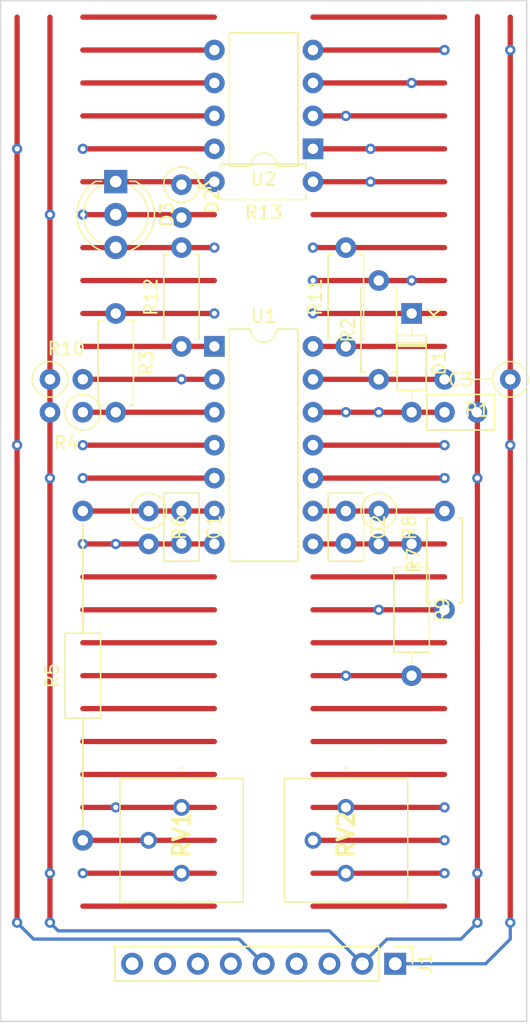
<source format=kicad_pcb>
(kicad_pcb (version 20211014) (generator pcbnew)
  (title_block (title "Eurorack ProtoModule") (date "2021-10-06") (rev "1.0") (company "Len Popp") (comment 1 "Copyright © 2022 Len Popp CC BY") (comment 2 "Layout design for my custom Eurorack breadboard prototyping module"))
  (layers (0 "F.Cu" signal) (1 "In1.Cu" jumper "Wire1.Cu") (2 "In2.Cu" jumper "Wire2.Cu") (3 "In3.Cu" jumper "Wire3.Cu") (4 "In4.Cu" jumper "Wire4.Cu") (31 "B.Cu" signal) (34 "B.Paste" user) (35 "F.Paste" user) (36 "B.SilkS" user "B.Silkscreen") (37 "F.SilkS" user "F.Silkscreen") (38 "B.Mask" user) (39 "F.Mask" user) (44 "Edge.Cuts" user))
  (net 0 "")
  (net 1 "+12V")
  (net 2 "GND")
  (net 3 "-12V")
  (net 4 "+5V")
  (net 5 "Net-(C1-Pad1)")
  (net 7 "Net-(C2-Pad2)")
  (net 8 "Net-(C2-Pad1)")
  (net 9 "Net-(C3-Pad1)")
  (net 10 "Net-(D2-Pad1)")
  (net 11 "Net-(D3-Pad3)")
  (net 12 "Net-(R7-Pad1)")
  (net 13 "OUTPUT")
  (net 14 "INPUT")
  (net 17 "VREF-5")
  (net 18 "VREF-4")
  (net 19 "VREF-LO")
  (net 20 "Net-(R5-Pad1)")
  (net 21 "Net-(R11-Pad1)")
  (net 22 "Net-(R12-Pad1)")
  (net 23 "Net-(R13-Pad1)")
  (net 24 "unconnected-(U2-Pad6)")
  (net 25 "unconnected-(U2-Pad5)")
  (net 26 "unconnected-(U2-Pad7)")
  (net 27 "Net-(C1-Pad2)")
  (footprint "Connector_PinHeader_2.54mm:PinHeader_1x09_P2.54mm_Vertical" (layer "F.Cu") (at 113.03 98.425 -90)
    (fp_text reference "J1" (at 0 -2.33 90) (layer "F.SilkS"))
    (fp_text value "Conn_01x09")
    (fp_line (start -1.33 21.65) (end 1.33 21.65) (layer "F.SilkS") (width 0.12))
    (fp_line (start -1.33 1.27) (end -1.33 21.65) (layer "F.SilkS") (width 0.12))
    (fp_line (start 1.33 1.27) (end 1.33 21.65) (layer "F.SilkS") (width 0.12))
    (fp_line (start -1.33 -1.33) (end 0 -1.33) (layer "F.SilkS") (width 0.12))
    (fp_line (start -1.33 1.27) (end 1.33 1.27) (layer "F.SilkS") (width 0.12))
    (fp_line (start -1.33 0) (end -1.33 -1.33) (layer "F.SilkS") (width 0.12))
    (pad "1" thru_hole rect locked (at 0 0 270) (size 1.7 1.7) (drill 1) (layers *.Cu *.Mask) (net 3 "-12V"))
    (pad "2" thru_hole oval locked (at 0 2.54 270) (size 1.7 1.7) (drill 1) (layers *.Cu *.Mask) (net 2 "GND"))
    (pad "3" thru_hole oval locked (at 0 5.08 270) (size 1.7 1.7) (drill 1) (layers *.Cu *.Mask) (net 13 "OUTPUT"))
    (pad "4" thru_hole oval locked (at 0 7.62 270) (size 1.7 1.7) (drill 1) (layers *.Cu *.Mask) (net 14 "INPUT"))
    (pad "5" thru_hole oval locked (at 0 10.16 270) (size 1.7 1.7) (drill 1) (layers *.Cu *.Mask) (net 1 "+12V"))
    (pad "6" thru_hole oval locked (at 0 12.7 270) (size 1.7 1.7) (drill 1) (layers *.Cu *.Mask))
    (pad "7" thru_hole oval locked (at 0 15.24 270) (size 1.7 1.7) (drill 1) (layers *.Cu *.Mask) (net 4 "+5V"))
    (pad "8" thru_hole oval locked (at 0 17.78 270) (size 1.7 1.7) (drill 1) (layers *.Cu *.Mask))
    (pad "9" thru_hole oval locked (at 0 20.32 270) (size 1.7 1.7) (drill 1) (layers *.Cu *.Mask))
  )
  (footprint "-lmp-misc:C_Disc_D5.0mm_W2.5mm_P2.50mm" (layer "F.Cu") (at 109.22 63.5 -90)
    (fp_text reference "C2" (at 1.25 -2.5 90) (layer "F.SilkS"))
    (fp_text value "47P")
    (fp_line (start -1.37 -1.37) (end -1.37 1.37) (layer "F.SilkS") (width 0.12))
    (fp_line (start 3.87 -1.37) (end 3.87 1.37) (layer "F.SilkS") (width 0.12))
    (fp_line (start -1.37 1.37) (end 3.87 1.37) (layer "F.SilkS") (width 0.12))
    (fp_line (start -1.37 -1.37) (end 3.87 -1.37) (layer "F.SilkS") (width 0.12))
    (pad "1" thru_hole circle locked (at 0 0 270) (size 1.6 1.6) (drill 0.8) (layers *.Cu *.Mask) (net 8 "Net-(C2-Pad1)"))
    (pad "2" thru_hole circle locked (at 2.5 0 270) (size 1.6 1.6) (drill 0.8) (layers *.Cu *.Mask) (net 7 "Net-(C2-Pad2)"))
  )
  (footprint "-lmp-misc:R_Axial_DIN0207_L6.3mm_D2.5mm_P7.62mm_Horizontal" (layer "F.Cu") (at 116.84 71.12 90)
    (fp_text reference "R7" (at 3.81 -2.37 90) (layer "F.SilkS"))
    (fp_text value "100K")
    (fp_line (start 7.08 -1.37) (end 7.08 -1.04) (layer "F.SilkS") (width 0.12))
    (fp_line (start 0.54 -1.37) (end 7.08 -1.37) (layer "F.SilkS") (width 0.12))
    (fp_line (start 0.54 -1.04) (end 0.54 -1.37) (layer "F.SilkS") (width 0.12))
    (fp_line (start 0.54 1.04) (end 0.54 1.37) (layer "F.SilkS") (width 0.12))
    (fp_line (start 7.08 1.37) (end 7.08 1.04) (layer "F.SilkS") (width 0.12))
    (fp_line (start 0.54 1.37) (end 7.08 1.37) (layer "F.SilkS") (width 0.12))
    (pad "1" thru_hole circle locked (at 0 0 90) (size 1.6 1.6) (drill 0.8) (layers *.Cu *.Mask) (net 12 "Net-(R7-Pad1)"))
    (pad "2" thru_hole oval locked (at 7.62 0 90) (size 1.6 1.6) (drill 0.8) (layers *.Cu *.Mask) (net 8 "Net-(C2-Pad1)"))
  )
  (footprint "-lmp-misc:R_Axial_DIN0207_L6.3mm_D2.5mm_P7.62mm_Horizontal" (layer "F.Cu") (at 109.22 50.8 90)
    (fp_text reference "R11" (at 3.81 -2.37 90) (layer "F.SilkS"))
    (fp_text value "10K")
    (fp_line (start 0.54 -1.37) (end 7.08 -1.37) (layer "F.SilkS") (width 0.12))
    (fp_line (start 7.08 1.37) (end 7.08 1.04) (layer "F.SilkS") (width 0.12))
    (fp_line (start 7.08 -1.37) (end 7.08 -1.04) (layer "F.SilkS") (width 0.12))
    (fp_line (start 0.54 -1.04) (end 0.54 -1.37) (layer "F.SilkS") (width 0.12))
    (fp_line (start 0.54 1.37) (end 7.08 1.37) (layer "F.SilkS") (width 0.12))
    (fp_line (start 0.54 1.04) (end 0.54 1.37) (layer "F.SilkS") (width 0.12))
    (pad "1" thru_hole circle locked (at 0 0 90) (size 1.6 1.6) (drill 0.8) (layers *.Cu *.Mask) (net 21 "Net-(R11-Pad1)"))
    (pad "2" thru_hole oval locked (at 7.62 0 90) (size 1.6 1.6) (drill 0.8) (layers *.Cu *.Mask) (net 11 "Net-(D3-Pad3)"))
  )
  (footprint "-lmp-misc:R_Axial_DIN0207_L6.3mm_D2.5mm_P7.62mm_Horizontal" (layer "F.Cu") (at 96.52 50.8 90)
    (fp_text reference "R12" (at 3.81 -2.37 90) (layer "F.SilkS"))
    (fp_text value "10K")
    (fp_line (start 7.08 1.37) (end 7.08 1.04) (layer "F.SilkS") (width 0.12))
    (fp_line (start 0.54 1.37) (end 7.08 1.37) (layer "F.SilkS") (width 0.12))
    (fp_line (start 0.54 -1.37) (end 7.08 -1.37) (layer "F.SilkS") (width 0.12))
    (fp_line (start 0.54 1.04) (end 0.54 1.37) (layer "F.SilkS") (width 0.12))
    (fp_line (start 0.54 -1.04) (end 0.54 -1.37) (layer "F.SilkS") (width 0.12))
    (fp_line (start 7.08 -1.37) (end 7.08 -1.04) (layer "F.SilkS") (width 0.12))
    (pad "1" thru_hole circle locked (at 0 0 90) (size 1.6 1.6) (drill 0.8) (layers *.Cu *.Mask) (net 22 "Net-(R12-Pad1)"))
    (pad "2" thru_hole oval locked (at 7.62 0 90) (size 1.6 1.6) (drill 0.8) (layers *.Cu *.Mask) (net 11 "Net-(D3-Pad3)"))
  )
  (footprint "-lmp-misc:R_Axial_DIN0207_L6.3mm_D2.5mm_P7.62mm_Horizontal" (layer "F.Cu") (at 111.76 53.34 90)
    (fp_text reference "R2" (at 3.81 -2.37 90) (layer "F.SilkS"))
    (fp_text value "11K")
    (fp_line (start 0.54 1.37) (end 7.08 1.37) (layer "F.SilkS") (width 0.12))
    (fp_line (start 7.08 1.37) (end 7.08 1.04) (layer "F.SilkS") (width 0.12))
    (fp_line (start 0.54 -1.37) (end 7.08 -1.37) (layer "F.SilkS") (width 0.12))
    (fp_line (start 0.54 -1.04) (end 0.54 -1.37) (layer "F.SilkS") (width 0.12))
    (fp_line (start 0.54 1.04) (end 0.54 1.37) (layer "F.SilkS") (width 0.12))
    (fp_line (start 7.08 -1.37) (end 7.08 -1.04) (layer "F.SilkS") (width 0.12))
    (pad "1" thru_hole circle locked (at 0 0 90) (size 1.6 1.6) (drill 0.8) (layers *.Cu *.Mask) (net 17 "VREF-5"))
    (pad "2" thru_hole oval locked (at 7.62 0 90) (size 1.6 1.6) (drill 0.8) (layers *.Cu *.Mask) (net 18 "VREF-4"))
  )
  (footprint "-lmp-stripboard:SB_Gen_1" (layer "F.Cu") (at 88.9 55.88 180)
    (fp_text reference "R4" (at 1.27 -2.37) (layer "F.SilkS"))
    (fp_text value "200R")
    (fp_line (start 1.37 0) (end 1.44 0) (layer "F.SilkS") (width 0.12))
    (fp_circle (center 0 0) (end 1.37 0) (layer "F.SilkS") (width 0.12) (fill none))
    (pad "1" thru_hole circle locked (at 0 0 180) (size 1.6 1.6) (drill 0.8) (layers *.Cu *.Mask) (net 19 "VREF-LO"))
    (pad "2" thru_hole oval locked (at 2.54 0 180) (size 1.6 1.6) (drill 0.8) (layers *.Cu *.Mask) (net 2 "GND"))
  )
  (footprint "-lmp-stripboard:SB_Gen_4" (layer "F.Cu") (at 114.3 66.04 -90)
    (fp_text reference "R9" (at 5.08 -2.37 -90) (layer "F.SilkS"))
    (fp_text value "51R")
    (fp_line (start 1.81 1.37) (end 8.35 1.37) (layer "F.SilkS") (width 0.12))
    (fp_line (start 1.81 -1.37) (end 1.81 1.37) (layer "F.SilkS") (width 0.12))
    (fp_line (start 8.35 -1.37) (end 1.81 -1.37) (layer "F.SilkS") (width 0.12))
    (fp_line (start 8.35 1.37) (end 8.35 -1.37) (layer "F.SilkS") (width 0.12))
    (fp_line (start 1.04 0) (end 1.81 0) (layer "F.SilkS") (width 0.12))
    (fp_line (start 9.12 0) (end 8.35 0) (layer "F.SilkS") (width 0.12))
    (pad "1" thru_hole circle locked (at 0 0 270) (size 1.6 1.6) (drill 0.8) (layers *.Cu *.Mask) (net 7 "Net-(C2-Pad2)"))
    (pad "2" thru_hole oval locked (at 10.16 0 270) (size 1.6 1.6) (drill 0.8) (layers *.Cu *.Mask) (net 13 "OUTPUT"))
  )
  (footprint "Package_DIP:DIP-8_W7.62mm" (layer "F.Cu") (at 106.68 35.56 180)
    (fp_text reference "U2" (at 3.81 -2.33) (layer "F.SilkS"))
    (fp_text value "TL072")
    (fp_line (start 6.46 8.95) (end 6.46 -1.33) (layer "F.SilkS") (width 0.12))
    (fp_line (start 6.46 -1.33) (end 4.81 -1.33) (layer "F.SilkS") (width 0.12))
    (fp_line (start 2.81 -1.33) (end 1.16 -1.33) (layer "F.SilkS") (width 0.12))
    (fp_line (start 1.16 8.95) (end 6.46 8.95) (layer "F.SilkS") (width 0.12))
    (fp_line (start 1.16 -1.33) (end 1.16 8.95) (layer "F.SilkS") (width 0.12))
    (fp_arc (start 4.81 -1.33) (mid 3.81 -0.33) (end 2.81 -1.33) (layer "F.SilkS") (width 0.12))
    (pad "1" thru_hole rect (at 0 0 180) (size 1.6 1.6) (drill 0.8) (layers *.Cu *.Mask) (net 23 "Net-(R13-Pad1)"))
    (pad "2" thru_hole oval (at 0 2.54 180) (size 1.6 1.6) (drill 0.8) (layers *.Cu *.Mask) (net 9 "Net-(C3-Pad1)"))
    (pad "3" thru_hole oval (at 0 5.08 180) (size 1.6 1.6) (drill 0.8) (layers *.Cu *.Mask) (net 18 "VREF-4"))
    (pad "4" thru_hole oval (at 0 7.62 180) (size 1.6 1.6) (drill 0.8) (layers *.Cu *.Mask) (net 3 "-12V"))
    (pad "5" thru_hole oval (at 7.62 7.62 180) (size 1.6 1.6) (drill 0.8) (layers *.Cu *.Mask) (net 25 "unconnected-(U2-Pad5)"))
    (pad "6" thru_hole oval (at 7.62 5.08 180) (size 1.6 1.6) (drill 0.8) (layers *.Cu *.Mask) (net 24 "unconnected-(U2-Pad6)"))
    (pad "7" thru_hole oval (at 7.62 2.54 180) (size 1.6 1.6) (drill 0.8) (layers *.Cu *.Mask) (net 26 "unconnected-(U2-Pad7)"))
    (pad "8" thru_hole oval (at 7.62 0 180) (size 1.6 1.6) (drill 0.8) (layers *.Cu *.Mask) (net 1 "+12V"))
  )
  (footprint "-lmp-misc:Potentiometer_Bourns_3386P_Top" (layer "F.Cu") (at 96.52 86.36 -90)
    (fp_text reference "RV1" (at 2.102 -0.015 90) (layer "F.SilkS") (effects (font (size 1.27 1.27) (thickness 0.254))))
    (fp_text value "100K" hide)
    (fp_line (start -2.225 4.75) (end -2.225 -4.78) (layer "F.SilkS") (width 0.1))
    (fp_line (start 7.305 -4.78) (end 7.305 4.75) (layer "F.SilkS") (width 0.1))
    (fp_line (start -3 0) (end -3 0) (layer "F.SilkS") (width 0.1))
    (fp_line (start -2.225 -4.78) (end 7.305 -4.78) (layer "F.SilkS") (width 0.1))
    (fp_line (start -3.1 0) (end -3.1 0) (layer "F.SilkS") (width 0.1))
    (fp_line (start 7.305 4.75) (end -2.225 4.75) (layer "F.SilkS") (width 0.1))
    (fp_arc (start -3 0) (mid -3.05 0.05) (end -3.1 0) (layer "F.SilkS") (width 0.1))
    (fp_arc (start -3.1 0) (mid -3.05 -0.05) (end -3 0) (layer "F.SilkS") (width 0.1))
    (pad "1" thru_hole circle locked (at 0 0 270) (size 1.303 1.303) (drill 0.76) (layers *.Cu *.Mask) (net 14 "INPUT"))
    (pad "2" thru_hole circle locked (at 2.54 2.54 270) (size 1.303 1.303) (drill 0.76) (layers *.Cu *.Mask) (net 20 "Net-(R5-Pad1)"))
    (pad "3" thru_hole circle locked (at 5.08 0 270) (size 1.303 1.303) (drill 0.76) (layers *.Cu *.Mask) (net 2 "GND"))
  )
  (footprint "-lmp-misc:R_Axial_DIN0207_L6.3mm_D2.5mm_P7.62mm_Horizontal" (layer "F.Cu") (at 106.68 38.1 180)
    (fp_text reference "R13" (at 3.81 -2.37) (layer "F.SilkS"))
    (fp_text value "4K7")
    (fp_line (start 0.54 1.37) (end 7.08 1.37) (layer "F.SilkS") (width 0.12))
    (fp_line (start 0.54 -1.37) (end 7.08 -1.37) (layer "F.SilkS") (width 0.12))
    (fp_line (start 0.54 -1.04) (end 0.54 -1.37) (layer "F.SilkS") (width 0.12))
    (fp_line (start 0.54 1.04) (end 0.54 1.37) (layer "F.SilkS") (width 0.12))
    (fp_line (start 7.08 1.37) (end 7.08 1.04) (layer "F.SilkS") (width 0.12))
    (fp_line (start 7.08 -1.37) (end 7.08 -1.04) (layer "F.SilkS") (width 0.12))
    (pad "1" thru_hole circle locked (at 0 0 180) (size 1.6 1.6) (drill 0.8) (layers *.Cu *.Mask) (net 23 "Net-(R13-Pad1)"))
    (pad "2" thru_hole oval locked (at 7.62 0 180) (size 1.6 1.6) (drill 0.8) (layers *.Cu *.Mask) (net 10 "Net-(D2-Pad1)"))
  )
  (footprint "-lmp-misc:Potentiometer_Bourns_3386P_Top" (layer "F.Cu") (at 109.22 86.36 -90)
    (fp_text reference "RV2" (at 2.102 -0.015 90) (layer "F.SilkS") (effects (font (size 1.27 1.27) (thickness 0.254))))
    (fp_text value "100K" hide)
    (fp_line (start -2.225 -4.78) (end 7.305 -4.78) (layer "F.SilkS") (width 0.1))
    (fp_line (start 7.305 -4.78) (end 7.305 4.75) (layer "F.SilkS") (width 0.1))
    (fp_line (start -3 0) (end -3 0) (layer "F.SilkS") (width 0.1))
    (fp_line (start -3.1 0) (end -3.1 0) (layer "F.SilkS") (width 0.1))
    (fp_line (start -2.225 4.75) (end -2.225 -4.78) (layer "F.SilkS") (width 0.1))
    (fp_line (start 7.305 4.75) (end -2.225 4.75) (layer "F.SilkS") (width 0.1))
    (fp_arc (start -3 0) (mid -3.05 0.05) (end -3.1 0) (layer "F.SilkS") (width 0.1))
    (fp_arc (start -3.1 0) (mid -3.05 -0.05) (end -3 0) (layer "F.SilkS") (width 0.1))
    (pad "1" thru_hole circle locked (at 0 0 270) (size 1.303 1.303) (drill 0.76) (layers *.Cu *.Mask) (net 27 "Net-(C1-Pad2)"))
    (pad "2" thru_hole circle locked (at 2.54 2.54 270) (size 1.303 1.303) (drill 0.76) (layers *.Cu *.Mask) (net 12 "Net-(R7-Pad1)"))
    (pad "3" thru_hole circle locked (at 5.08 0 270) (size 1.303 1.303) (drill 0.76) (layers *.Cu *.Mask) (net 2 "GND"))
  )
  (footprint "-lmp-misc:C_Disc_D5.0mm_W2.5mm_P2.50mm" (layer "F.Cu") (at 96.52 63.5 -90)
    (fp_text reference "C1" (at 1.25 -2.5 90) (layer "F.SilkS"))
    (fp_text value "47P")
    (fp_line (start 3.87 -1.37) (end 3.87 1.37) (layer "F.SilkS") (width 0.12))
    (fp_line (start -1.37 -1.37) (end 3.87 -1.37) (layer "F.SilkS") (width 0.12))
    (fp_line (start -1.37 -1.37) (end -1.37 1.37) (layer "F.SilkS") (width 0.12))
    (fp_line (start -1.37 1.37) (end 3.87 1.37) (layer "F.SilkS") (width 0.12))
    (pad "1" thru_hole circle locked (at 0 0 270) (size 1.6 1.6) (drill 0.8) (layers *.Cu *.Mask) (net 5 "Net-(C1-Pad1)"))
    (pad "2" thru_hole circle locked (at 2.5 0 270) (size 1.6 1.6) (drill 0.8) (layers *.Cu *.Mask) (net 27 "Net-(C1-Pad2)"))
  )
  (footprint "-lmp-stripboard:SB_Gen_2" (layer "F.Cu") (at 121.92 53.34 180)
    (fp_text reference "R1" (at 2.54 -2.37) (layer "F.SilkS"))
    (fp_text value "75K")
    (fp_line (start 1.37 0) (end 3.98 0) (layer "F.SilkS") (width 0.12))
    (fp_circle (center 0 0) (end 1.37 0) (layer "F.SilkS") (width 0.12) (fill none))
    (pad "1" thru_hole circle locked (at 0 0 180) (size 1.6 1.6) (drill 0.8) (layers *.Cu *.Mask) (net 3 "-12V"))
    (pad "2" thru_hole oval locked (at 5.08 0 180) (size 1.6 1.6) (drill 0.8) (layers *.Cu *.Mask) (net 17 "VREF-5"))
  )
  (footprint "LED_THT:LED_D5.0mm-3" (layer "F.Cu") (at 91.44 38.09 -90)
    (fp_text reference "D3" (at 2.54 -3.96 90) (layer "F.SilkS"))
    (fp_text value "LED_Dual_ACA")
    (fp_line (start -0.02 -1.545) (end -0.02 -1.08) (layer "F.SilkS") (width 0.12))
    (fp_line (start -0.02 1.08) (end -0.02 1.545) (layer "F.SilkS") (width 0.12))
    (fp_arc (start 4.794479 1.080429) (mid 2.539762 2.5) (end 0.285316 1.08) (layer "F.SilkS") (width 0.12))
    (fp_arc (start 0.285316 -1.08) (mid 2.539762 -2.5) (end 4.794479 -1.080429) (layer "F.SilkS") (width 0.12))
    (fp_arc (start 5.327815 1.080827) (mid 2.798456 2.978808) (end -0.02 1.54483) (layer "F.SilkS") (width 0.12))
    (fp_arc (start -0.02 -1.54483) (mid 2.798456 -2.978809) (end 5.327815 -1.080827) (layer "F.SilkS") (width 0.12))
    (pad "1" thru_hole rect (at 0 0 270) (size 1.8 1.8) (drill 0.9) (layers *.Cu *.Mask) (net 10 "Net-(D2-Pad1)"))
    (pad "2" thru_hole circle (at 2.54 0 270) (size 1.8 1.8) (drill 0.9) (layers *.Cu *.Mask) (net 2 "GND"))
    (pad "3" thru_hole circle (at 5.08 0 270) (size 1.8 1.8) (drill 0.9) (layers *.Cu *.Mask) (net 11 "Net-(D3-Pad3)"))
  )
  (footprint "Package_DIP:DIP-14_W7.62mm" (layer "F.Cu") (at 99.06 50.8)
    (fp_text reference "U1" (at 3.81 -2.33) (layer "F.SilkS"))
    (fp_text value "TL074")
    (fp_line (start 1.16 16.57) (end 6.46 16.57) (layer "F.SilkS") (width 0.12))
    (fp_line (start 2.81 -1.33) (end 1.16 -1.33) (layer "F.SilkS") (width 0.12))
    (fp_line (start 6.46 16.57) (end 6.46 -1.33) (layer "F.SilkS") (width 0.12))
    (fp_line (start 6.46 -1.33) (end 4.81 -1.33) (layer "F.SilkS") (width 0.12))
    (fp_line (start 1.16 -1.33) (end 1.16 16.57) (layer "F.SilkS") (width 0.12))
    (fp_arc (start 4.81 -1.33) (mid 3.81 -0.33) (end 2.81 -1.33) (layer "F.SilkS") (width 0.12))
    (pad "1" thru_hole rect (at 0 0) (size 1.6 1.6) (drill 0.8) (layers *.Cu *.Mask) (net 22 "Net-(R12-Pad1)"))
    (pad "2" thru_hole oval (at 0 2.54) (size 1.6 1.6) (drill 0.8) (layers *.Cu *.Mask) (net 9 "Net-(C3-Pad1)"))
    (pad "3" thru_hole oval (at 0 5.08) (size 1.6 1.6) (drill 0.8) (layers *.Cu *.Mask) (net 19 "VREF-LO"))
    (pad "4" thru_hole oval (at 0 7.62) (size 1.6 1.6) (drill 0.8) (layers *.Cu *.Mask) (net 1 "+12V"))
    (pad "5" thru_hole oval (at 0 10.16) (size 1.6 1.6) (drill 0.8) (layers *.Cu *.Mask) (net 2 "GND"))
    (pad "6" thru_hole oval (at 0 12.7) (size 1.6 1.6) (drill 0.8) (layers *.Cu *.Mask) (net 5 "Net-(C1-Pad1)"))
    (pad "7" thru_hole oval (at 0 15.24) (size 1.6 1.6) (drill 0.8) (layers *.Cu *.Mask) (net 27 "Net-(C1-Pad2)"))
    (pad "8" thru_hole oval (at 7.62 15.24) (size 1.6 1.6) (drill 0.8) (layers *.Cu *.Mask) (net 7 "Net-(C2-Pad2)"))
    (pad "9" thru_hole oval (at 7.62 12.7) (size 1.6 1.6) (drill 0.8) (layers *.Cu *.Mask) (net 8 "Net-(C2-Pad1)"))
    (pad "10" thru_hole oval (at 7.62 10.16) (size 1.6 1.6) (drill 0.8) (layers *.Cu *.Mask) (net 2 "GND"))
    (pad "11" thru_hole oval (at 7.62 7.62) (size 1.6 1.6) (drill 0.8) (layers *.Cu *.Mask) (net 3 "-12V"))
    (pad "12" thru_hole oval (at 7.62 5.08) (size 1.6 1.6) (drill 0.8) (layers *.Cu *.Mask) (net 9 "Net-(C3-Pad1)"))
    (pad "13" thru_hole oval (at 7.62 2.54) (size 1.6 1.6) (drill 0.8) (layers *.Cu *.Mask) (net 17 "VREF-5"))
    (pad "14" thru_hole oval (at 7.62 0) (size 1.6 1.6) (drill 0.8) (layers *.Cu *.Mask) (net 21 "Net-(R11-Pad1)"))
  )
  (footprint "-lmp-stripboard:SB_Gen_10" (layer "F.Cu") (at 88.9 88.9 90)
    (fp_text reference "R5" (at 12.7 -2.37 90) (layer "F.SilkS"))
    (fp_text value "100K")
    (fp_line (start 9.43 1.37) (end 15.97 1.37) (layer "F.SilkS") (width 0.12))
    (fp_line (start 15.97 -1.37) (end 9.43 -1.37) (layer "F.SilkS") (width 0.12))
    (fp_line (start 9.43 -1.37) (end 9.43 1.37) (layer "F.SilkS") (width 0.12))
    (fp_line (start 15.97 1.37) (end 15.97 -1.37) (layer "F.SilkS") (width 0.12))
    (fp_line (start 24.36 0) (end 15.97 0) (layer "F.SilkS") (width 0.12))
    (fp_line (start 1.04 0) (end 9.43 0) (layer "F.SilkS") (width 0.12))
    (pad "1" thru_hole circle locked (at 0 0 90) (size 1.6 1.6) (drill 0.8) (layers *.Cu *.Mask) (net 20 "Net-(R5-Pad1)"))
    (pad "2" thru_hole oval locked (at 25.4 0 90) (size 1.6 1.6) (drill 0.8) (layers *.Cu *.Mask) (net 5 "Net-(C1-Pad1)"))
  )
  (footprint "-lmp-misc:C_Disc_D5.0mm_W2.5mm_P2.50mm" (layer "F.Cu") (at 116.84 55.88)
    (fp_text reference "C3" (at 1.25 -2.5) (layer "F.SilkS"))
    (fp_text value "100N")
    (fp_line (start -1.37 1.37) (end 3.87 1.37) (layer "F.SilkS") (width 0.12))
    (fp_line (start -1.37 -1.37) (end -1.37 1.37) (layer "F.SilkS") (width 0.12))
    (fp_line (start 3.87 -1.37) (end 3.87 1.37) (layer "F.SilkS") (width 0.12))
    (fp_line (start -1.37 -1.37) (end 3.87 -1.37) (layer "F.SilkS") (width 0.12))
    (pad "1" thru_hole circle locked (at 0 0) (size 1.6 1.6) (drill 0.8) (layers *.Cu *.Mask) (net 9 "Net-(C3-Pad1)"))
    (pad "2" thru_hole circle locked (at 2.5 0) (size 1.6 1.6) (drill 0.8) (layers *.Cu *.Mask) (net 2 "GND"))
  )
  (footprint "-lmp-misc:R_Axial_DIN0207_L6.3mm_D2.5mm_P7.62mm_Horizontal" (layer "F.Cu") (at 91.44 48.26 -90)
    (fp_text reference "R3" (at 3.81 -2.37 90) (layer "F.SilkS"))
    (fp_text value "36K")
    (fp_line (start 0.54 -1.37) (end 7.08 -1.37) (layer "F.SilkS") (width 0.12))
    (fp_line (start 0.54 1.37) (end 7.08 1.37) (layer "F.SilkS") (width 0.12))
    (fp_line (start 0.54 1.04) (end 0.54 1.37) (layer "F.SilkS") (width 0.12))
    (fp_line (start 7.08 -1.37) (end 7.08 -1.04) (layer "F.SilkS") (width 0.12))
    (fp_line (start 7.08 1.37) (end 7.08 1.04) (layer "F.SilkS") (width 0.12))
    (fp_line (start 0.54 -1.04) (end 0.54 -1.37) (layer "F.SilkS") (width 0.12))
    (pad "1" thru_hole circle locked (at 0 0 270) (size 1.6 1.6) (drill 0.8) (layers *.Cu *.Mask) (net 18 "VREF-4"))
    (pad "2" thru_hole oval locked (at 7.62 0 270) (size 1.6 1.6) (drill 0.8) (layers *.Cu *.Mask) (net 19 "VREF-LO"))
  )
  (footprint "-lmp-stripboard:SB_Gen_1" (layer "F.Cu") (at 96.52 38.325 -90)
    (fp_text reference "D2" (at 1.27 -2.37 90) (layer "F.SilkS"))
    (fp_text value "1N4148")
    (fp_text user "K" (at 0 -1.8 90) (layer "F.SilkS"))
    (fp_line (start 1.37 0) (end 1.44 0) (layer "F.SilkS") (width 0.12))
    (fp_circle (center 0 0) (end 1.37 0) (layer "F.SilkS") (width 0.12) (fill none))
    (pad "1" thru_hole circle locked (at 0 0 270) (size 1.6 1.6) (drill 0.8) (layers *.Cu *.Mask) (net 10 "Net-(D2-Pad1)"))
    (pad "2" thru_hole oval locked (at 2.54 0 270) (size 1.6 1.6) (drill 0.8) (layers *.Cu *.Mask) (net 2 "GND"))
  )
  (footprint "-lmp-stripboard:SB_Gen_1" (layer "F.Cu") (at 86.36 53.34)
    (fp_text reference "R10" (at 1.27 -2.37) (layer "F.SilkS"))
    (fp_text value "100K")
    (fp_line (start 1.37 0) (end 1.44 0) (layer "F.SilkS") (width 0.12))
    (fp_circle (center 0 0) (end 1.37 0) (layer "F.SilkS") (width 0.12) (fill none))
    (pad "1" thru_hole circle locked (at 0 0) (size 1.6 1.6) (drill 0.8) (layers *.Cu *.Mask) (net 2 "GND"))
    (pad "2" thru_hole oval locked (at 2.54 0) (size 1.6 1.6) (drill 0.8) (layers *.Cu *.Mask) (net 9 "Net-(C3-Pad1)"))
  )
  (footprint "-lmp-stripboard:SB_Gen_1" (layer "F.Cu") (at 93.98 63.5 -90)
    (fp_text reference "R6" (at 1.27 -2.37 -90) (layer "F.SilkS"))
    (fp_text value "100K")
    (fp_line (start 1.37 0) (end 1.44 0) (layer "F.SilkS") (width 0.12))
    (fp_circle (center 0 0) (end 1.37 0) (layer "F.SilkS") (width 0.12) (fill none))
    (pad "1" thru_hole circle locked (at 0 0 270) (size 1.6 1.6) (drill 0.8) (layers *.Cu *.Mask) (net 5 "Net-(C1-Pad1)"))
    (pad "2" thru_hole oval locked (at 2.54 0 270) (size 1.6 1.6) (drill 0.8) (layers *.Cu *.Mask) (net 27 "Net-(C1-Pad2)"))
  )
  (footprint "-lmp-stripboard:SB_Gen_1" (layer "F.Cu") (at 111.76 63.5 -90)
    (fp_text reference "R8" (at 1.27 -2.37 90) (layer "F.SilkS"))
    (fp_text value "100K")
    (fp_line (start 1.37 0) (end 1.44 0) (layer "F.SilkS") (width 0.12))
    (fp_circle (center 0 0) (end 1.37 0) (layer "F.SilkS") (width 0.12) (fill none))
    (pad "1" thru_hole circle locked (at 0 0 270) (size 1.6 1.6) (drill 0.8) (layers *.Cu *.Mask) (net 8 "Net-(C2-Pad1)"))
    (pad "2" thru_hole oval locked (at 2.54 0 270) (size 1.6 1.6) (drill 0.8) (layers *.Cu *.Mask) (net 7 "Net-(C2-Pad2)"))
  )
  (footprint "Diode_THT:D_DO-35_SOD27_P7.62mm_Horizontal" (layer "F.Cu") (at 114.3 48.26 -90)
    (fp_text reference "D1" (at 3.81 -2.12 90) (layer "F.SilkS"))
    (fp_text value "1N5711")
    (fp_text user "K" (at 0 -1.8 90) (layer "F.SilkS"))
    (fp_line (start 1.69 1.12) (end 5.93 1.12) (layer "F.SilkS") (width 0.12))
    (fp_line (start 2.53 -1.12) (end 2.53 1.12) (layer "F.SilkS") (width 0.12))
    (fp_line (start 1.69 -1.12) (end 1.69 1.12) (layer "F.SilkS") (width 0.12))
    (fp_line (start 2.29 -1.12) (end 2.29 1.12) (layer "F.SilkS") (width 0.12))
    (fp_line (start 1.04 0) (end 1.69 0) (layer "F.SilkS") (width 0.12))
    (fp_line (start 5.93 1.12) (end 5.93 -1.12) (layer "F.SilkS") (width 0.12))
    (fp_line (start 5.93 -1.12) (end 1.69 -1.12) (layer "F.SilkS") (width 0.12))
    (fp_line (start 2.41 -1.12) (end 2.41 1.12) (layer "F.SilkS") (width 0.12))
    (fp_line (start 6.58 0) (end 5.93 0) (layer "F.SilkS") (width 0.12))
    (pad "1" thru_hole rect (at 0 0 270) (size 1.6 1.6) (drill 0.8) (layers *.Cu *.Mask) (net 27 "Net-(C1-Pad2)"))
    (pad "2" thru_hole oval (at 7.62 0 270) (size 1.6 1.6) (drill 0.8) (layers *.Cu *.Mask) (net 9 "Net-(C3-Pad1)"))
  )
  (gr_line (start 123.19 102.87) (end 82.55 102.87) (layer "Edge.Cuts") (width 0.1))
  (gr_line (start 123.19 24.13) (end 123.19 102.87) (layer "Edge.Cuts") (width 0.1))
  (gr_line (start 82.55 102.87) (end 82.55 24.13) (layer "Edge.Cuts") (width 0.1))
  (gr_line (start 82.55 24.13) (end 123.19 24.13) (layer "Edge.Cuts") (width 0.1))
  (segment (start 99.06 78.74) (end 91.44 78.74) (width 0.4064) (layer "F.Cu") (net 0))
  (segment (start 116.84 78.74) (end 106.68 78.74) (width 0.4064) (layer "F.Cu") (net 0))
  (segment (start 116.84 73.66) (end 106.68 73.66) (width 0.4064) (layer "F.Cu") (net 0))
  (segment (start 99.06 68.58) (end 88.9 68.58) (width 0.4064) (layer "F.Cu") (net 0))
  (segment (start 99.06 71.12) (end 88.9 71.12) (width 0.4064) (layer "F.Cu") (net 0))
  (segment (start 99.06 45.72) (end 88.9 45.72) (width 0.4064) (layer "F.Cu") (net 0))
  (segment (start 99.06 83.82) (end 88.9 83.82) (width 0.4064) (layer "F.Cu") (net 0))
  (segment (start 99.06 73.66) (end 88.9 73.66) (width 0.4064) (layer "F.Cu") (net 0))
  (segment (start 99.06 93.98) (end 88.9 93.98) (width 0.4064) (layer "F.Cu") (net 0))
  (segment (start 116.84 40.64) (end 106.68 40.64) (width 0.4064) (layer "F.Cu") (net 0))
  (segment (start 99.06 76.2) (end 88.9 76.2) (width 0.4064) (layer "F.Cu") (net 0))
  (segment (start 116.84 81.28) (end 111.76 81.28) (width 0.4064) (layer "F.Cu") (net 0))
  (segment (start 99.06 81.28) (end 88.9 81.28) (width 0.4064) (layer "F.Cu") (net 0))
  (segment (start 99.06 25.4) (end 88.9 25.4) (width 0.4064) (layer "F.Cu") (net 0))
  (segment (start 116.84 93.98) (end 106.68 93.98) (width 0.4064) (layer "F.Cu") (net 0))
  (segment (start 116.84 25.4) (end 106.68 25.4) (width 0.4064) (layer "F.Cu") (net 0))
  (segment (start 116.84 68.58) (end 109.22 68.58) (width 0.4064) (layer "F.Cu") (net 0))
  (segment (start 116.84 83.82) (end 106.68 83.82) (width 0.4064) (layer "F.Cu") (net 0))
  (segment (start 111.76 81.28) (end 106.68 81.28) (width 0.4064) (layer "F.Cu") (net 0))
  (segment (start 91.44 78.74) (end 88.9 78.74) (width 0.4064) (layer "F.Cu") (net 0))
  (segment (start 109.22 68.58) (end 106.68 68.58) (width 0.4064) (layer "F.Cu") (net 0))
  (segment (start 99.06 58.42) (end 88.9 58.42) (width 0.4064) (layer "F.Cu") (net 1))
  (segment (start 83.82 25.4) (end 83.82 45.72) (width 0.4064) (layer "F.Cu") (net 1))
  (segment (start 99.06 35.56) (end 88.9 35.56) (width 0.4064) (layer "F.Cu") (net 1))
  (segment (start 83.82 95.25) (end 83.82 95.25) (width 0.4064) (layer "F.Cu") (net 1))
  (segment (start 83.82 48.26) (end 83.82 71.12) (width 0.4064) (layer "F.Cu") (net 1))
  (segment (start 83.82 45.72) (end 83.82 48.26) (width 0.4064) (layer "F.Cu") (net 1))
  (segment (start 83.82 71.12) (end 83.82 95.25) (width 0.4064) (layer "F.Cu") (net 1))
  (via (at 83.82 95.25) (size 0.8) (drill 0.4) (layers "F.Cu" "B.Cu") (net 1))
  (via (at 88.9 58.42) (size 0.8) (drill 0.4) (layers "F.Cu" "B.Cu") (net 1))
  (via (at 83.82 35.56) (size 0.8) (drill 0.4) (layers "F.Cu" "B.Cu") (net 1))
  (via (at 83.82 58.42) (size 0.8) (drill 0.4) (layers "F.Cu" "B.Cu") (net 1))
  (via (at 88.9 35.56) (size 0.8) (drill 0.4) (layers "F.Cu" "B.Cu") (net 1))
  (segment (start 102.87 98.425) (end 100.965 96.52) (width 0.25) (layer "B.Cu") (net 1))
  (segment (start 85.09 96.52) (end 84.219999 95.649999) (width 0.25) (layer "B.Cu") (net 1))
  (segment (start 100.965 96.52) (end 85.09 96.52) (width 0.25) (layer "B.Cu") (net 1))
  (segment (start 84.219999 95.649999) (end 83.82 95.25) (width 0.25) (layer "B.Cu") (net 1))
  (segment (start 86.36 25.4) (end 86.36 53.34) (width 0.4064) (layer "F.Cu") (net 2))
  (segment (start 99.06 60.96) (end 88.9 60.96) (width 0.4064) (layer "F.Cu") (net 2))
  (segment (start 99.06 40.64) (end 88.9 40.64) (width 0.4064) (layer "F.Cu") (net 2))
  (segment (start 99.06 91.44) (end 88.9 91.44) (width 0.4064) (layer "F.Cu") (net 2))
  (segment (start 119.38 25.36) (end 119.38 73.66) (width 0.4064) (layer "F.Cu") (net 2))
  (segment (start 116.84 60.96) (end 106.68 60.96) (width 0.4064) (layer "F.Cu") (net 2))
  (segment (start 116.84 91.44) (end 106.68 91.44) (width 0.4064) (layer "F.Cu") (net 2))
  (segment (start 119.38 95.25) (end 119.38 95.25) (width 0.4064) (layer "F.Cu") (net 2))
  (segment (start 86.36 95.25) (end 86.36 95.25) (width 0.4064) (layer "F.Cu") (net 2))
  (segment (start 119.38 73.66) (end 119.38 91.44) (width 0.4064) (layer "F.Cu") (net 2))
  (segment (start 86.36 53.34) (end 86.36 73.66) (width 0.4064) (layer "F.Cu") (net 2))
  (segment (start 86.36 86.36) (end 86.36 95.25) (width 0.4064) (layer "F.Cu") (net 2))
  (segment (start 119.38 91.44) (end 119.38 95.25) (width 0.4064) (layer "F.Cu") (net 2))
  (segment (start 86.36 73.66) (end 86.36 86.36) (width 0.4064) (layer "F.Cu") (net 2))
  (via (at 116.84 91.44) (size 0.8) (drill 0.4) (layers "F.Cu" "B.Cu") (net 2))
  (via (at 88.9 60.96) (size 0.8) (drill 0.4) (layers "F.Cu" "B.Cu") (net 2))
  (via (at 119.38 95.25) (size 0.8) (drill 0.4) (layers "F.Cu" "B.Cu") (net 2))
  (via (at 116.84 60.96) (size 0.8) (drill 0.4) (layers "F.Cu" "B.Cu") (net 2))
  (via (at 119.38 60.96) (size 0.8) (drill 0.4) (layers "F.Cu" "B.Cu") (net 2))
  (via (at 86.36 40.64) (size 0.8) (drill 0.4) (layers "F.Cu" "B.Cu") (net 2))
  (via (at 86.36 60.96) (size 0.8) (drill 0.4) (layers "F.Cu" "B.Cu") (net 2))
  (via (at 86.36 95.25) (size 0.8) (drill 0.4) (layers "F.Cu" "B.Cu") (net 2))
  (via (at 88.9 91.44) (size 0.8) (drill 0.4) (layers "F.Cu" "B.Cu") (net 2))
  (via (at 119.38 91.44) (size 0.8) (drill 0.4) (layers "F.Cu" "B.Cu") (net 2))
  (via (at 88.9 40.64) (size 0.8) (drill 0.4) (layers "F.Cu" "B.Cu") (net 2))
  (via (at 86.36 91.44) (size 0.8) (drill 0.4) (layers "F.Cu" "B.Cu") (net 2))
  (segment (start 86.36 95.25) (end 86.995 95.885) (width 0.25) (layer "B.Cu") (net 2))
  (segment (start 107.95 95.885) (end 110.49 98.425) (width 0.25) (layer "B.Cu") (net 2))
  (segment (start 112.395 96.52) (end 110.49 98.425) (width 0.25) (layer "B.Cu") (net 2))
  (segment (start 119.38 95.25) (end 118.11 96.52) (width 0.25) (layer "B.Cu") (net 2))
  (segment (start 118.11 96.52) (end 112.395 96.52) (width 0.25) (layer "B.Cu") (net 2))
  (segment (start 86.995 95.885) (end 107.95 95.885) (width 0.25) (layer "B.Cu") (net 2))
  (segment (start 121.92 25.4) (end 121.92 40.64) (width 0.4064) (layer "F.Cu") (net 3))
  (segment (start 116.84 27.94) (end 106.68 27.94) (width 0.4064) (layer "F.Cu") (net 3))
  (segment (start 116.84 58.42) (end 113.665 58.42) (width 0.4064) (layer "F.Cu") (net 3))
  (segment (start 121.92 95.25) (end 121.92 95.25) (width 0.4064) (layer "F.Cu") (net 3))
  (segment (start 121.92 40.64) (end 121.92 71.12) (width 0.4064) (layer "F.Cu") (net 3))
  (segment (start 121.92 71.12) (end 121.92 95.25) (width 0.4064) (layer "F.Cu") (net 3))
  (segment (start 113.665 58.42) (end 106.68 58.42) (width 0.4064) (layer "F.Cu") (net 3))
  (via (at 121.92 27.94) (size 0.8) (drill 0.4) (layers "F.Cu" "B.Cu") (net 3))
  (via (at 116.84 58.42) (size 0.8) (drill 0.4) (layers "F.Cu" "B.Cu") (net 3))
  (via (at 121.92 58.42) (size 0.8) (drill 0.4) (layers "F.Cu" "B.Cu") (net 3))
  (via (at 121.92 95.25) (size 0.8) (drill 0.4) (layers "F.Cu" "B.Cu") (net 3))
  (via (at 116.84 27.94) (size 0.8) (drill 0.4) (layers "F.Cu" "B.Cu") (net 3))
  (segment (start 121.92 95.25) (end 121.92 96.52) (width 0.25) (layer "B.Cu") (net 3))
  (segment (start 120.015 98.425) (end 113.03 98.425) (width 0.25) (layer "B.Cu") (net 3))
  (segment (start 121.92 96.52) (end 120.015 98.425) (width 0.25) (layer "B.Cu") (net 3))
  (segment (start 99.06 63.5) (end 88.9 63.5) (width 0.4064) (layer "F.Cu") (net 5))
  (segment (start 116.84 66.04) (end 106.68 66.04) (width 0.4064) (layer "F.Cu") (net 7))
  (segment (start 116.84 63.5) (end 106.68 63.5) (width 0.4064) (layer "F.Cu") (net 8))
  (segment (start 99.06 53.34) (end 88.9 53.34) (width 0.4064) (layer "F.Cu") (net 9))
  (segment (start 116.84 33.02) (end 109.22 33.02) (width 0.4064) (layer "F.Cu") (net 9))
  (segment (start 116.84 55.88) (end 111.76 55.88) (width 0.4064) (layer "F.Cu") (net 9))
  (segment (start 111.76 55.88) (end 106.68 55.88) (width 0.4064) (layer "F.Cu") (net 9))
  (segment (start 109.22 33.02) (end 106.68 33.02) (width 0.4064) (layer "F.Cu") (net 9))
  (via (at 109.22 55.88) (size 0.8) (drill 0.4) (layers "F.Cu" "B.Cu") (net 9))
  (via (at 111.76 55.88) (size 0.8) (drill 0.4) (layers "F.Cu" "B.Cu") (net 9))
  (via (at 96.52 53.34) (size 0.8) (drill 0.4) (layers "F.Cu" "B.Cu") (net 9))
  (via (at 109.22 33.02) (size 0.8) (drill 0.4) (layers "F.Cu" "B.Cu") (net 9))
  (segment (start 99.06 38.1) (end 88.9 38.1) (width 0.4064) (layer "F.Cu") (net 10))
  (segment (start 99.06 43.18) (end 88.9 43.18) (width 0.4064) (layer "F.Cu") (net 11))
  (segment (start 116.84 43.18) (end 109.22 43.18) (width 0.4064) (layer "F.Cu") (net 11))
  (segment (start 109.22 43.18) (end 106.68 43.18) (width 0.4064) (layer "F.Cu") (net 11))
  (via (at 106.68 43.18) (size 0.8) (drill 0.4) (layers "F.Cu" "B.Cu") (net 11))
  (via (at 99.06 43.18) (size 0.8) (drill 0.4) (layers "F.Cu" "B.Cu") (net 11))
  (segment (start 116.84 88.9) (end 114.3 88.9) (width 0.4064) (layer "F.Cu") (net 12))
  (segment (start 116.84 71.12) (end 111.76 71.12) (width 0.4064) (layer "F.Cu") (net 12))
  (segment (start 114.3 88.9) (end 106.68 88.9) (width 0.4064) (layer "F.Cu") (net 12))
  (segment (start 111.76 71.12) (end 106.68 71.12) (width 0.4064) (layer "F.Cu") (net 12))
  (via (at 116.84 88.9) (size 0.8) (drill 0.4) (layers "F.Cu" "B.Cu") (net 12))
  (via (at 111.76 71.12) (size 0.8) (drill 0.4) (layers "F.Cu" "B.Cu") (net 12))
  (segment (start 116.84 76.2) (end 106.68 76.2) (width 0.4064) (layer "F.Cu") (net 13))
  (via (at 109.22 76.2) (size 0.8) (drill 0.4) (layers "F.Cu" "B.Cu") (net 13))
  (segment (start 99.06 86.36) (end 88.9 86.36) (width 0.4064) (layer "F.Cu") (net 14))
  (via (at 91.44 86.36) (size 0.8) (drill 0.4) (layers "F.Cu" "B.Cu") (net 14))
  (segment (start 116.84 53.34) (end 106.68 53.34) (width 0.4064) (layer "F.Cu") (net 17))
  (segment (start 99.06 48.26) (end 88.9 48.26) (width 0.4064) (layer "F.Cu") (net 18))
  (segment (start 113.665 30.48) (end 106.68 30.48) (width 0.4064) (layer "F.Cu") (net 18))
  (segment (start 113.665 45.72) (end 106.68 45.72) (width 0.4064) (layer "F.Cu") (net 18))
  (segment (start 116.84 45.72) (end 114.3 45.72) (width 0.4064) (layer "F.Cu") (net 18))
  (segment (start 116.84 30.48) (end 113.665 30.48) (width 0.4064) (layer "F.Cu") (net 18))
  (segment (start 114.3 45.72) (end 113.665 45.72) (width 0.4064) (layer "F.Cu") (net 18))
  (via (at 99.06 48.26) (size 0.8) (drill 0.4) (layers "F.Cu" "B.Cu") (net 18))
  (via (at 114.3 30.48) (size 0.8) (drill 0.4) (layers "F.Cu" "B.Cu") (net 18))
  (via (at 114.3 45.72) (size 0.8) (drill 0.4) (layers "F.Cu" "B.Cu") (net 18))
  (via (at 106.68 45.72) (size 0.8) (drill 0.4) (layers "F.Cu" "B.Cu") (net 18))
  (segment (start 99.47 55.88) (end 89.31 55.88) (width 0.4064) (layer "F.Cu") (net 19))
  (segment (start 99.06 88.9) (end 88.9 88.9) (width 0.4064) (layer "F.Cu") (net 20))
  (segment (start 116.84 50.8) (end 111.125 50.8) (width 0.4064) (layer "F.Cu") (net 21))
  (segment (start 111.125 50.8) (end 106.68 50.8) (width 0.4064) (layer "F.Cu") (net 21))
  (segment (start 99.06 50.8) (end 88.9 50.8) (width 0.4064) (layer "F.Cu") (net 22))
  (segment (start 116.84 35.56) (end 106.68 35.56) (width 0.4064) (layer "F.Cu") (net 23))
  (segment (start 116.84 38.1) (end 106.68 38.1) (width 0.4064) (layer "F.Cu") (net 23))
  (via (at 111.125 38.1) (size 0.8) (drill 0.4) (layers "F.Cu" "B.Cu") (net 23))
  (via (at 111.125 35.56) (size 0.8) (drill 0.4) (layers "F.Cu" "B.Cu") (net 23))
  (segment (start 99.06 30.48) (end 88.9 30.48) (width 0.4064) (layer "F.Cu") (net 24))
  (segment (start 99.06 27.94) (end 88.9 27.94) (width 0.4064) (layer "F.Cu") (net 25))
  (segment (start 99.06 33.02) (end 88.9 33.02) (width 0.4064) (layer "F.Cu") (net 26))
  (segment (start 116.84 48.26) (end 111.125 48.26) (width 0.4064) (layer "F.Cu") (net 27))
  (segment (start 99.06 66.04) (end 96.52 66.04) (width 0.4064) (layer "F.Cu") (net 27))
  (segment (start 116.84 86.36) (end 114.3 86.36) (width 0.4064) (layer "F.Cu") (net 27))
  (segment (start 96.52 66.04) (end 93.98 66.04) (width 0.4064) (layer "F.Cu") (net 27))
  (segment (start 111.125 48.26) (end 106.68 48.26) (width 0.4064) (layer "F.Cu") (net 27))
  (segment (start 93.98 66.04) (end 91.44 66.04) (width 0.4064) (layer "F.Cu") (net 27))
  (segment (start 114.3 86.36) (end 106.68 86.36) (width 0.4064) (layer "F.Cu") (net 27))
  (segment (start 91.44 66.04) (end 88.9 66.04) (width 0.4064) (layer "F.Cu") (net 27))
  (via (at 116.84 86.36) (size 0.8) (drill 0.4) (layers "F.Cu" "B.Cu") (net 27))
  (via (at 88.9 66.04) (size 0.8) (drill 0.4) (layers "F.Cu" "B.Cu") (net 27))
  (via (at 91.44 66.04) (size 0.8) (drill 0.4) (layers "F.Cu" "B.Cu") (net 27))
  (via (at 106.68 48.26) (size 0.8) (drill 0.4) (layers "F.Cu" "B.Cu") (net 27))
)
</source>
